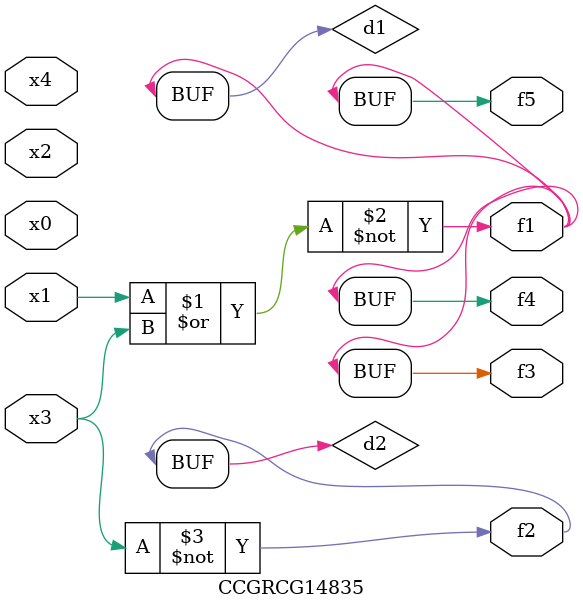
<source format=v>
module CCGRCG14835(
	input x0, x1, x2, x3, x4,
	output f1, f2, f3, f4, f5
);

	wire d1, d2;

	nor (d1, x1, x3);
	not (d2, x3);
	assign f1 = d1;
	assign f2 = d2;
	assign f3 = d1;
	assign f4 = d1;
	assign f5 = d1;
endmodule

</source>
